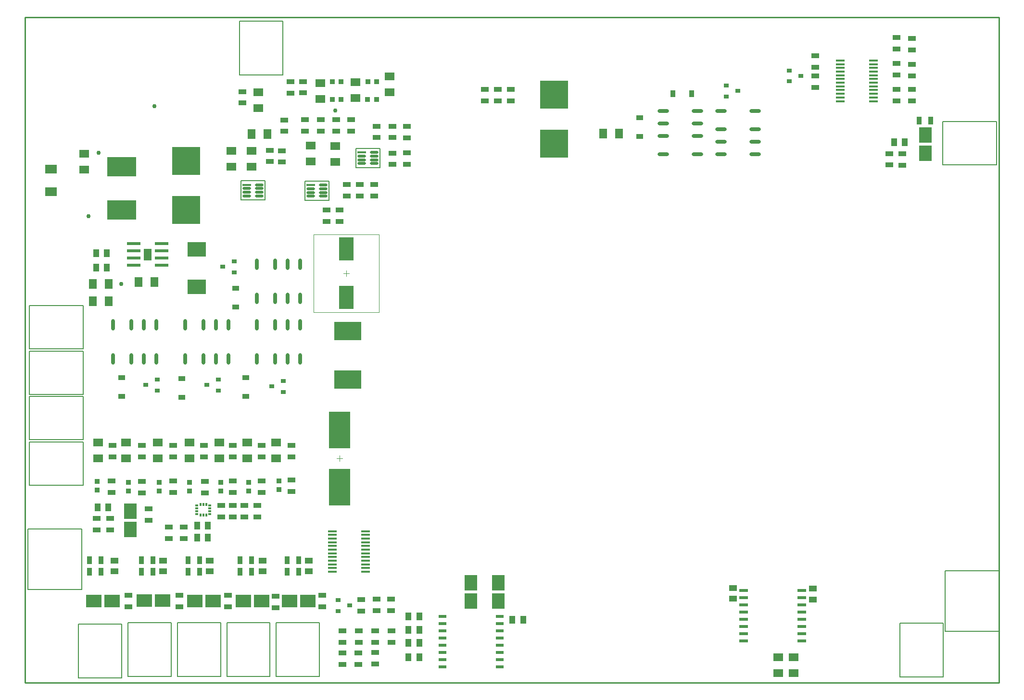
<source format=gtp>
G04*
G04 #@! TF.GenerationSoftware,Altium Limited,Altium Designer,23.1.1 (15)*
G04*
G04 Layer_Color=8421504*
%FSLAX25Y25*%
%MOIN*%
G70*
G04*
G04 #@! TF.SameCoordinates,19538D7C-5156-4110-B39B-F750BC4F8D1F*
G04*
G04*
G04 #@! TF.FilePolarity,Positive*
G04*
G01*
G75*
%ADD11C,0.00787*%
%ADD14C,0.01000*%
%ADD19C,0.00394*%
%ADD20C,0.00197*%
%ADD21R,0.05258X0.08407*%
%ADD22R,0.12795X0.09843*%
%ADD23R,0.06890X0.05709*%
%ADD24R,0.05315X0.03543*%
%ADD25R,0.20079X0.13780*%
%ADD26R,0.05709X0.06890*%
%ADD27R,0.05906X0.01772*%
%ADD28R,0.05906X0.02362*%
%ADD29R,0.08898X0.11024*%
%ADD30R,0.03543X0.05315*%
%ADD31R,0.04134X0.05512*%
%ADD32R,0.03543X0.03150*%
%ADD33R,0.05512X0.04134*%
%ADD34O,0.07874X0.02756*%
%ADD35R,0.03583X0.04803*%
%ADD36R,0.04803X0.03583*%
%ADD37R,0.03543X0.03740*%
%ADD38R,0.05926X0.01791*%
G04:AMPARAMS|DCode=39|XSize=59.26mil|YSize=17.91mil|CornerRadius=8.96mil|HoleSize=0mil|Usage=FLASHONLY|Rotation=0.000|XOffset=0mil|YOffset=0mil|HoleType=Round|Shape=RoundedRectangle|*
%AMROUNDEDRECTD39*
21,1,0.05926,0.00000,0,0,0.0*
21,1,0.04135,0.01791,0,0,0.0*
1,1,0.01791,0.02068,0.00000*
1,1,0.01791,-0.02068,0.00000*
1,1,0.01791,-0.02068,0.00000*
1,1,0.01791,0.02068,0.00000*
%
%ADD39ROUNDEDRECTD39*%
%ADD40C,0.03000*%
%ADD41R,0.08071X0.06299*%
%ADD42R,0.09264X0.02449*%
%ADD43R,0.05709X0.07087*%
%ADD44O,0.02756X0.07874*%
%ADD45R,0.18504X0.12598*%
%ADD46R,0.15158X0.25197*%
%ADD47R,0.03740X0.03543*%
%ADD48R,0.02402X0.01378*%
%ADD49R,0.01378X0.02402*%
%ADD50R,0.11024X0.08898*%
%ADD51R,0.05709X0.02362*%
%ADD52R,0.19685X0.19685*%
%ADD53R,0.07087X0.05709*%
%ADD54R,0.09843X0.16339*%
D11*
X148575Y460724D02*
X178496D01*
X148575D02*
Y498008D01*
X178496D01*
Y460724D02*
Y498008D01*
X635831Y398228D02*
Y428150D01*
X673114D01*
Y398228D02*
Y428150D01*
X635831Y398228D02*
X673114D01*
X637630Y74728D02*
X674913D01*
Y116461D01*
X637630D02*
X674913D01*
X637630Y74728D02*
Y116461D01*
X193887Y387032D02*
X210447D01*
Y373646D02*
Y387032D01*
X193887Y373646D02*
X210447D01*
X193887D02*
Y387032D01*
X39181Y103728D02*
Y145461D01*
X1898Y103728D02*
X39181D01*
X1898D02*
Y145461D01*
X39181D01*
X606350Y42886D02*
Y80169D01*
Y42886D02*
X636272D01*
Y80169D01*
X606350D02*
X636272D01*
X229220Y396307D02*
Y409693D01*
Y396307D02*
X245780D01*
Y409693D01*
X229220D02*
X245780D01*
X149720Y373807D02*
Y387193D01*
Y373807D02*
X166280D01*
Y387193D01*
X149720D02*
X166280D01*
X2898Y205961D02*
X40181D01*
X2898Y176039D02*
Y205961D01*
Y176039D02*
X40181D01*
Y205961D01*
X2898Y237461D02*
X40181D01*
X2898Y207539D02*
Y237461D01*
Y207539D02*
X40181D01*
Y237461D01*
X2898Y268961D02*
X40181D01*
X2898Y239039D02*
Y268961D01*
Y239039D02*
X40181D01*
Y268961D01*
X139789Y43398D02*
Y80681D01*
Y43398D02*
X169711D01*
Y80681D01*
X139789D02*
X169711D01*
X71289Y43398D02*
Y80681D01*
Y43398D02*
X101211D01*
Y80681D01*
X71289D02*
X101211D01*
X174039Y43398D02*
Y80681D01*
Y43398D02*
X203961D01*
Y80681D01*
X174039D02*
X203961D01*
X37039Y79681D02*
X66961D01*
Y42398D02*
Y79681D01*
X37039Y42398D02*
X66961D01*
X37039D02*
Y79681D01*
X105539Y43398D02*
Y80681D01*
Y43398D02*
X135461D01*
Y80681D01*
X105539D02*
X135461D01*
X2898Y300461D02*
X40181D01*
X2898Y270539D02*
Y300461D01*
Y270539D02*
X40181D01*
Y300461D01*
D14*
X0Y500500D02*
X675000D01*
Y39000D02*
Y500500D01*
X0Y39000D02*
X675000D01*
X0D02*
Y500500D01*
D19*
X218000Y192532D02*
Y196468D01*
X216032Y194500D02*
X219969D01*
X220532Y323000D02*
X224468D01*
X222500Y321031D02*
Y324969D01*
D20*
X245138Y296031D02*
Y349969D01*
X199862Y296031D02*
Y349969D01*
X245138D01*
X199862Y296031D02*
X245138D01*
D21*
X84999Y336000D02*
D03*
D22*
X119000Y313488D02*
D03*
Y339512D02*
D03*
D23*
X161500Y448500D02*
D03*
Y437476D02*
D03*
X522000Y56512D02*
D03*
Y45488D02*
D03*
X532500D02*
D03*
Y56512D02*
D03*
X229000Y455524D02*
D03*
Y444500D02*
D03*
X204500Y443988D02*
D03*
Y455012D02*
D03*
X215071Y411429D02*
D03*
Y400406D02*
D03*
X198000Y400488D02*
D03*
Y411512D02*
D03*
X157000Y397000D02*
D03*
Y408024D02*
D03*
X143000Y396988D02*
D03*
Y408012D02*
D03*
X41000Y394976D02*
D03*
Y406000D02*
D03*
X174000Y205512D02*
D03*
Y194488D02*
D03*
X92000Y205512D02*
D03*
Y194488D02*
D03*
X70000Y205512D02*
D03*
Y194488D02*
D03*
X50500D02*
D03*
Y205512D02*
D03*
X134500D02*
D03*
Y194488D02*
D03*
X154000Y205512D02*
D03*
Y194488D02*
D03*
X114000Y205512D02*
D03*
Y194488D02*
D03*
D24*
X264500Y406500D02*
D03*
Y398626D02*
D03*
X169500Y408374D02*
D03*
Y400500D02*
D03*
X178000Y400126D02*
D03*
Y408000D02*
D03*
X614500Y450437D02*
D03*
Y442563D02*
D03*
X608000Y398063D02*
D03*
Y405937D02*
D03*
X599000Y398126D02*
D03*
Y406000D02*
D03*
X614500Y460063D02*
D03*
Y467937D02*
D03*
X604000Y460563D02*
D03*
Y468437D02*
D03*
Y450437D02*
D03*
Y442563D02*
D03*
Y478563D02*
D03*
Y486437D02*
D03*
X614500Y478063D02*
D03*
Y485937D02*
D03*
X547500Y473937D02*
D03*
Y466063D02*
D03*
Y459937D02*
D03*
Y452063D02*
D03*
X192500Y456000D02*
D03*
Y448126D02*
D03*
X184000Y448063D02*
D03*
Y455937D02*
D03*
X215500Y429500D02*
D03*
Y421626D02*
D03*
X226000Y421563D02*
D03*
Y429437D02*
D03*
X205000Y421563D02*
D03*
Y429437D02*
D03*
X194000Y421563D02*
D03*
Y429437D02*
D03*
X179500Y429374D02*
D03*
Y421500D02*
D03*
X254500Y398500D02*
D03*
Y406374D02*
D03*
X264500Y417000D02*
D03*
Y424874D02*
D03*
X254500Y417126D02*
D03*
Y425000D02*
D03*
X232000Y376563D02*
D03*
Y384437D02*
D03*
X223000Y376563D02*
D03*
Y384437D02*
D03*
X184500Y203437D02*
D03*
Y195563D02*
D03*
Y179437D02*
D03*
Y171563D02*
D03*
X102500Y171063D02*
D03*
Y178937D02*
D03*
X59000Y152937D02*
D03*
Y145063D02*
D03*
X49500D02*
D03*
Y152937D02*
D03*
X85500Y151563D02*
D03*
Y159437D02*
D03*
X161000Y154063D02*
D03*
Y161937D02*
D03*
X152000Y154063D02*
D03*
Y161937D02*
D03*
X144000Y154063D02*
D03*
Y161937D02*
D03*
X136000D02*
D03*
Y154063D02*
D03*
X99500Y139063D02*
D03*
Y146937D02*
D03*
X110000D02*
D03*
Y139063D02*
D03*
X71500Y99437D02*
D03*
Y91563D02*
D03*
X107000D02*
D03*
Y99437D02*
D03*
X206000Y91563D02*
D03*
Y99437D02*
D03*
X253500Y89063D02*
D03*
Y96937D02*
D03*
X243500D02*
D03*
Y89063D02*
D03*
X233000Y96437D02*
D03*
Y88563D02*
D03*
X254000Y67063D02*
D03*
Y74937D02*
D03*
X242667Y67063D02*
D03*
Y74937D02*
D03*
X242500Y59937D02*
D03*
Y52063D02*
D03*
X231000Y51563D02*
D03*
Y59437D02*
D03*
X220000Y51563D02*
D03*
Y59437D02*
D03*
X242000Y376563D02*
D03*
Y384437D02*
D03*
X209000Y366937D02*
D03*
Y359063D02*
D03*
X218000Y366937D02*
D03*
Y359063D02*
D03*
X102500Y195563D02*
D03*
Y203437D02*
D03*
X81000Y170563D02*
D03*
Y178437D02*
D03*
Y195563D02*
D03*
Y203437D02*
D03*
X60000Y178937D02*
D03*
Y171063D02*
D03*
X60500Y203437D02*
D03*
Y195563D02*
D03*
X144000Y171063D02*
D03*
Y178937D02*
D03*
Y195563D02*
D03*
Y203437D02*
D03*
X220000Y67063D02*
D03*
Y74937D02*
D03*
X318500Y450437D02*
D03*
Y442563D02*
D03*
X327500D02*
D03*
Y450437D02*
D03*
X336500Y442563D02*
D03*
Y450437D02*
D03*
X243500Y425000D02*
D03*
Y417126D02*
D03*
X164000Y171063D02*
D03*
Y178937D02*
D03*
Y195563D02*
D03*
Y203437D02*
D03*
X124500Y170563D02*
D03*
Y178437D02*
D03*
X124000Y195563D02*
D03*
Y203437D02*
D03*
X150614Y449000D02*
D03*
Y441126D02*
D03*
X173500Y91063D02*
D03*
Y98937D02*
D03*
X140500Y91563D02*
D03*
Y99437D02*
D03*
X231333Y74937D02*
D03*
Y67063D02*
D03*
D25*
X67000Y366882D02*
D03*
Y397000D02*
D03*
D26*
X156976Y419500D02*
D03*
X168000D02*
D03*
X411512Y420000D02*
D03*
X400488D02*
D03*
D27*
X587917Y442425D02*
D03*
Y444984D02*
D03*
Y447543D02*
D03*
Y450102D02*
D03*
Y452661D02*
D03*
Y455221D02*
D03*
Y457780D02*
D03*
Y460339D02*
D03*
Y462898D02*
D03*
Y465457D02*
D03*
Y468016D02*
D03*
Y470575D02*
D03*
X565083Y442425D02*
D03*
Y444984D02*
D03*
Y447543D02*
D03*
Y450102D02*
D03*
Y452661D02*
D03*
Y455221D02*
D03*
Y457780D02*
D03*
Y460339D02*
D03*
Y462898D02*
D03*
Y465457D02*
D03*
Y468016D02*
D03*
Y470575D02*
D03*
X213083Y144075D02*
D03*
Y141516D02*
D03*
Y138957D02*
D03*
Y136398D02*
D03*
Y133839D02*
D03*
Y131280D02*
D03*
Y128720D02*
D03*
Y126161D02*
D03*
Y123602D02*
D03*
Y121043D02*
D03*
Y118484D02*
D03*
Y115925D02*
D03*
X235917Y144075D02*
D03*
Y141516D02*
D03*
Y138957D02*
D03*
Y136398D02*
D03*
Y133839D02*
D03*
Y131280D02*
D03*
Y128720D02*
D03*
Y126161D02*
D03*
Y123602D02*
D03*
Y121043D02*
D03*
Y118484D02*
D03*
Y115925D02*
D03*
D28*
X538158Y68000D02*
D03*
Y73000D02*
D03*
Y78000D02*
D03*
Y83000D02*
D03*
Y88000D02*
D03*
Y93000D02*
D03*
Y98000D02*
D03*
Y103000D02*
D03*
X497843Y68000D02*
D03*
Y73000D02*
D03*
Y78000D02*
D03*
Y83000D02*
D03*
Y88000D02*
D03*
Y93000D02*
D03*
Y98000D02*
D03*
Y103000D02*
D03*
D29*
X309000Y108299D02*
D03*
Y95701D02*
D03*
X624000Y406201D02*
D03*
Y418799D02*
D03*
X73000Y157799D02*
D03*
Y145201D02*
D03*
X328000Y95701D02*
D03*
Y108299D02*
D03*
D30*
X627437Y429000D02*
D03*
X619563D02*
D03*
X52437Y124000D02*
D03*
X44563D02*
D03*
X149063D02*
D03*
X156937D02*
D03*
X181563D02*
D03*
X189437D02*
D03*
X181563Y116000D02*
D03*
X189437D02*
D03*
X113000Y124000D02*
D03*
X120874D02*
D03*
X80563Y116000D02*
D03*
X88437D02*
D03*
X44563D02*
D03*
X52437D02*
D03*
X149063D02*
D03*
X156937D02*
D03*
X113063D02*
D03*
X120937D02*
D03*
X80563Y124000D02*
D03*
X88437D02*
D03*
D31*
X609740Y414000D02*
D03*
X602260D02*
D03*
X56740Y337000D02*
D03*
X49260D02*
D03*
X56740Y327000D02*
D03*
X49260D02*
D03*
X57740Y160500D02*
D03*
X50260D02*
D03*
X119260Y139500D02*
D03*
X126740D02*
D03*
X265760Y75500D02*
D03*
X273240D02*
D03*
X265760Y66500D02*
D03*
X273240D02*
D03*
X265760Y56500D02*
D03*
X273240D02*
D03*
X119260Y148000D02*
D03*
X126740D02*
D03*
X345240Y82500D02*
D03*
X337760D02*
D03*
X265760Y85000D02*
D03*
X273240D02*
D03*
D32*
X537437Y460000D02*
D03*
X529563Y456260D02*
D03*
Y463740D02*
D03*
X144937Y323760D02*
D03*
Y331240D02*
D03*
X137063Y327500D02*
D03*
X171063Y244500D02*
D03*
X178937Y248240D02*
D03*
Y240760D02*
D03*
X126063Y245500D02*
D03*
X133937Y249240D02*
D03*
Y241760D02*
D03*
X91437D02*
D03*
Y249240D02*
D03*
X83563Y245500D02*
D03*
X493937Y449500D02*
D03*
X486063Y445760D02*
D03*
Y453240D02*
D03*
X224937Y92500D02*
D03*
X217063Y88760D02*
D03*
Y96240D02*
D03*
D33*
X490500Y104740D02*
D03*
Y97260D02*
D03*
X62000Y123740D02*
D03*
Y116260D02*
D03*
X95500D02*
D03*
Y123740D02*
D03*
X128000Y116260D02*
D03*
Y123740D02*
D03*
X164500Y116260D02*
D03*
Y123740D02*
D03*
X196500Y116260D02*
D03*
Y123740D02*
D03*
X546000Y104240D02*
D03*
Y96760D02*
D03*
D34*
X482189Y435461D02*
D03*
Y422862D02*
D03*
Y414201D02*
D03*
Y405539D02*
D03*
X505811Y435461D02*
D03*
X505811Y422862D02*
D03*
Y414201D02*
D03*
Y405539D02*
D03*
X465811D02*
D03*
Y418138D02*
D03*
Y426799D02*
D03*
Y435461D02*
D03*
X442189Y405539D02*
D03*
X442189Y418138D02*
D03*
Y426799D02*
D03*
Y435461D02*
D03*
D35*
X449043Y447500D02*
D03*
X461957D02*
D03*
D36*
X426000Y418043D02*
D03*
Y430957D02*
D03*
X108500Y249957D02*
D03*
Y237043D02*
D03*
X67000Y250457D02*
D03*
Y237543D02*
D03*
X153000Y250457D02*
D03*
Y237543D02*
D03*
X146000Y299543D02*
D03*
Y312457D02*
D03*
D37*
X237449Y456000D02*
D03*
X243551D02*
D03*
X237398Y443500D02*
D03*
X243500D02*
D03*
X212898Y456000D02*
D03*
X219000D02*
D03*
X212898Y443500D02*
D03*
X219000D02*
D03*
D38*
X197835Y384177D02*
D03*
X233167Y406839D02*
D03*
X153667Y384339D02*
D03*
D39*
X197835Y381618D02*
D03*
Y379059D02*
D03*
Y376500D02*
D03*
X206500D02*
D03*
Y379059D02*
D03*
Y381618D02*
D03*
Y384177D02*
D03*
X241833Y406839D02*
D03*
Y404280D02*
D03*
Y401721D02*
D03*
Y399161D02*
D03*
X233167D02*
D03*
Y401721D02*
D03*
Y404280D02*
D03*
X162333Y384339D02*
D03*
Y381780D02*
D03*
Y379221D02*
D03*
Y376661D02*
D03*
X153667D02*
D03*
Y379221D02*
D03*
Y381780D02*
D03*
D40*
X44000Y362500D02*
D03*
X51000Y406500D02*
D03*
X66500Y315500D02*
D03*
X215000Y436000D02*
D03*
X89500Y439000D02*
D03*
D41*
X18000Y395276D02*
D03*
Y379724D02*
D03*
D42*
X94750Y328500D02*
D03*
Y333500D02*
D03*
Y338500D02*
D03*
Y343500D02*
D03*
X75250D02*
D03*
Y338500D02*
D03*
Y333500D02*
D03*
Y328500D02*
D03*
D43*
X46988Y315500D02*
D03*
X58012D02*
D03*
X46988Y303500D02*
D03*
X58012D02*
D03*
X89512Y317000D02*
D03*
X78488D02*
D03*
D44*
X140961Y287311D02*
D03*
X132299D02*
D03*
X123638D02*
D03*
X111039Y287311D02*
D03*
X140961Y263689D02*
D03*
X132299D02*
D03*
X123638D02*
D03*
X111039D02*
D03*
X160539D02*
D03*
X173138D02*
D03*
X181799D02*
D03*
X190461D02*
D03*
X160539Y287311D02*
D03*
X173138Y287311D02*
D03*
X181799D02*
D03*
X190461D02*
D03*
X61039Y263689D02*
D03*
X73638D02*
D03*
X82299D02*
D03*
X90961D02*
D03*
X61039Y287311D02*
D03*
X73638Y287311D02*
D03*
X82299D02*
D03*
X90961D02*
D03*
X190461Y329311D02*
D03*
X181799D02*
D03*
X173138D02*
D03*
X160539Y329311D02*
D03*
X190461Y305689D02*
D03*
X181799D02*
D03*
X173138D02*
D03*
X160539D02*
D03*
D45*
X223500Y283000D02*
D03*
Y249142D02*
D03*
D46*
X218000Y214382D02*
D03*
Y174618D02*
D03*
D47*
X176000Y172949D02*
D03*
Y179051D02*
D03*
X155000Y171949D02*
D03*
Y178051D02*
D03*
X135500Y171949D02*
D03*
Y178051D02*
D03*
X114000Y171949D02*
D03*
Y178051D02*
D03*
X93000Y171949D02*
D03*
Y178051D02*
D03*
X71500Y171949D02*
D03*
Y178051D02*
D03*
X50000Y172449D02*
D03*
Y178551D02*
D03*
D48*
X118933Y156047D02*
D03*
Y158016D02*
D03*
Y159984D02*
D03*
Y161953D02*
D03*
X128067Y156047D02*
D03*
Y158016D02*
D03*
Y159984D02*
D03*
Y161953D02*
D03*
D49*
X125469Y155417D02*
D03*
X123500D02*
D03*
X121531D02*
D03*
X125469Y162583D02*
D03*
X123500D02*
D03*
X121531D02*
D03*
D50*
X60299Y95500D02*
D03*
X47701D02*
D03*
X95299Y96000D02*
D03*
X82701D02*
D03*
X130299Y95500D02*
D03*
X117701D02*
D03*
X163799D02*
D03*
X151201D02*
D03*
X195799D02*
D03*
X183201D02*
D03*
D51*
X328783Y50000D02*
D03*
Y55000D02*
D03*
Y60000D02*
D03*
Y65000D02*
D03*
Y70000D02*
D03*
Y75000D02*
D03*
Y80000D02*
D03*
Y85000D02*
D03*
X289216Y50000D02*
D03*
Y55000D02*
D03*
Y60000D02*
D03*
Y65000D02*
D03*
Y70000D02*
D03*
Y75000D02*
D03*
Y80000D02*
D03*
Y85000D02*
D03*
D52*
X366500Y413071D02*
D03*
Y446929D02*
D03*
X111500Y367071D02*
D03*
Y400929D02*
D03*
D53*
X252500Y459512D02*
D03*
Y448488D02*
D03*
D54*
X222500Y339831D02*
D03*
Y306169D02*
D03*
M02*

</source>
